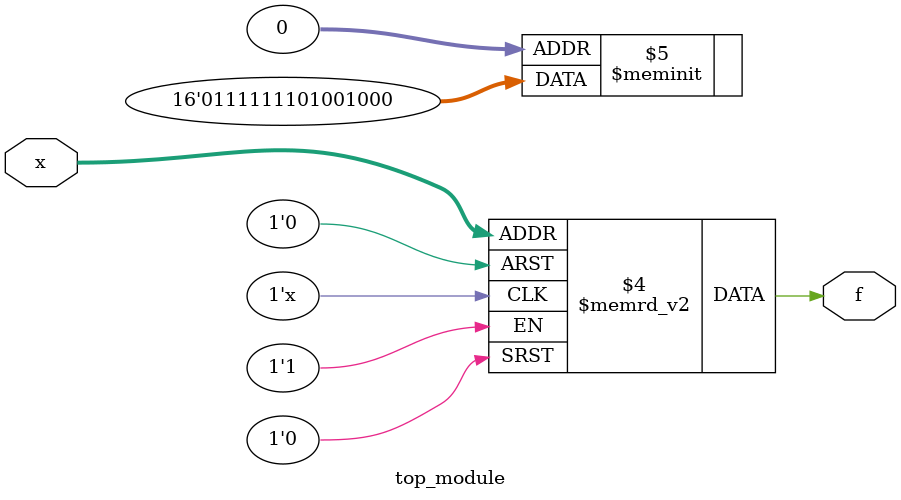
<source format=sv>
module top_module (
	input [4:1] x,
	output logic f
);

always @(*) begin
    case (x)
        4'b0001: f = 0;
        4'b0010: f = 0;
        4'b0011: f = 1;
        4'b0100: f = 0;
        4'b0110: f = 1;
        4'b0111: f = 0;
        4'b1000: f = 1;
        4'b1001: f = 1;
        4'b1010: f = 1;
        4'b1011: f = 1;
        4'b1100: f = 1;
        4'b1101: f = 1;
        4'b1110: f = 1;
        4'b1111: f = 0;
        default: f = 0; // handles don't care conditions
    endcase
end

endmodule

</source>
